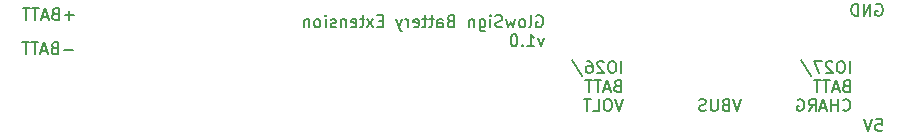
<source format=gbr>
%TF.GenerationSoftware,KiCad,Pcbnew,(6.0.6-0)*%
%TF.CreationDate,2022-09-10T01:47:49-07:00*%
%TF.ProjectId,Battery Extension PCB,42617474-6572-4792-9045-7874656e7369,rev?*%
%TF.SameCoordinates,Original*%
%TF.FileFunction,Legend,Bot*%
%TF.FilePolarity,Positive*%
%FSLAX46Y46*%
G04 Gerber Fmt 4.6, Leading zero omitted, Abs format (unit mm)*
G04 Created by KiCad (PCBNEW (6.0.6-0)) date 2022-09-10 01:47:49*
%MOMM*%
%LPD*%
G01*
G04 APERTURE LIST*
%ADD10C,0.150000*%
G04 APERTURE END LIST*
D10*
X141377414Y-78801980D02*
X141853604Y-78801980D01*
X141901223Y-79278171D01*
X141853604Y-79230552D01*
X141758366Y-79182933D01*
X141520271Y-79182933D01*
X141425033Y-79230552D01*
X141377414Y-79278171D01*
X141329795Y-79373409D01*
X141329795Y-79611504D01*
X141377414Y-79706742D01*
X141425033Y-79754361D01*
X141520271Y-79801980D01*
X141758366Y-79801980D01*
X141853604Y-79754361D01*
X141901223Y-79706742D01*
X141044080Y-78801980D02*
X140710747Y-79801980D01*
X140377414Y-78801980D01*
X129956861Y-77109980D02*
X129623528Y-78109980D01*
X129290195Y-77109980D01*
X128623528Y-77586171D02*
X128480671Y-77633790D01*
X128433052Y-77681409D01*
X128385433Y-77776647D01*
X128385433Y-77919504D01*
X128433052Y-78014742D01*
X128480671Y-78062361D01*
X128575909Y-78109980D01*
X128956861Y-78109980D01*
X128956861Y-77109980D01*
X128623528Y-77109980D01*
X128528290Y-77157600D01*
X128480671Y-77205219D01*
X128433052Y-77300457D01*
X128433052Y-77395695D01*
X128480671Y-77490933D01*
X128528290Y-77538552D01*
X128623528Y-77586171D01*
X128956861Y-77586171D01*
X127956861Y-77109980D02*
X127956861Y-77919504D01*
X127909242Y-78014742D01*
X127861623Y-78062361D01*
X127766385Y-78109980D01*
X127575909Y-78109980D01*
X127480671Y-78062361D01*
X127433052Y-78014742D01*
X127385433Y-77919504D01*
X127385433Y-77109980D01*
X126956861Y-78062361D02*
X126814004Y-78109980D01*
X126575909Y-78109980D01*
X126480671Y-78062361D01*
X126433052Y-78014742D01*
X126385433Y-77919504D01*
X126385433Y-77824266D01*
X126433052Y-77729028D01*
X126480671Y-77681409D01*
X126575909Y-77633790D01*
X126766385Y-77586171D01*
X126861623Y-77538552D01*
X126909242Y-77490933D01*
X126956861Y-77395695D01*
X126956861Y-77300457D01*
X126909242Y-77205219D01*
X126861623Y-77157600D01*
X126766385Y-77109980D01*
X126528290Y-77109980D01*
X126385433Y-77157600D01*
X112627795Y-70069000D02*
X112723033Y-70021380D01*
X112865890Y-70021380D01*
X113008747Y-70069000D01*
X113103985Y-70164238D01*
X113151604Y-70259476D01*
X113199223Y-70449952D01*
X113199223Y-70592809D01*
X113151604Y-70783285D01*
X113103985Y-70878523D01*
X113008747Y-70973761D01*
X112865890Y-71021380D01*
X112770652Y-71021380D01*
X112627795Y-70973761D01*
X112580176Y-70926142D01*
X112580176Y-70592809D01*
X112770652Y-70592809D01*
X112008747Y-71021380D02*
X112103985Y-70973761D01*
X112151604Y-70878523D01*
X112151604Y-70021380D01*
X111484938Y-71021380D02*
X111580176Y-70973761D01*
X111627795Y-70926142D01*
X111675414Y-70830904D01*
X111675414Y-70545190D01*
X111627795Y-70449952D01*
X111580176Y-70402333D01*
X111484938Y-70354714D01*
X111342080Y-70354714D01*
X111246842Y-70402333D01*
X111199223Y-70449952D01*
X111151604Y-70545190D01*
X111151604Y-70830904D01*
X111199223Y-70926142D01*
X111246842Y-70973761D01*
X111342080Y-71021380D01*
X111484938Y-71021380D01*
X110818271Y-70354714D02*
X110627795Y-71021380D01*
X110437319Y-70545190D01*
X110246842Y-71021380D01*
X110056366Y-70354714D01*
X109723033Y-70973761D02*
X109580176Y-71021380D01*
X109342080Y-71021380D01*
X109246842Y-70973761D01*
X109199223Y-70926142D01*
X109151604Y-70830904D01*
X109151604Y-70735666D01*
X109199223Y-70640428D01*
X109246842Y-70592809D01*
X109342080Y-70545190D01*
X109532557Y-70497571D01*
X109627795Y-70449952D01*
X109675414Y-70402333D01*
X109723033Y-70307095D01*
X109723033Y-70211857D01*
X109675414Y-70116619D01*
X109627795Y-70069000D01*
X109532557Y-70021380D01*
X109294461Y-70021380D01*
X109151604Y-70069000D01*
X108723033Y-71021380D02*
X108723033Y-70354714D01*
X108723033Y-70021380D02*
X108770652Y-70069000D01*
X108723033Y-70116619D01*
X108675414Y-70069000D01*
X108723033Y-70021380D01*
X108723033Y-70116619D01*
X107818271Y-70354714D02*
X107818271Y-71164238D01*
X107865890Y-71259476D01*
X107913509Y-71307095D01*
X108008747Y-71354714D01*
X108151604Y-71354714D01*
X108246842Y-71307095D01*
X107818271Y-70973761D02*
X107913509Y-71021380D01*
X108103985Y-71021380D01*
X108199223Y-70973761D01*
X108246842Y-70926142D01*
X108294461Y-70830904D01*
X108294461Y-70545190D01*
X108246842Y-70449952D01*
X108199223Y-70402333D01*
X108103985Y-70354714D01*
X107913509Y-70354714D01*
X107818271Y-70402333D01*
X107342080Y-70354714D02*
X107342080Y-71021380D01*
X107342080Y-70449952D02*
X107294461Y-70402333D01*
X107199223Y-70354714D01*
X107056366Y-70354714D01*
X106961128Y-70402333D01*
X106913509Y-70497571D01*
X106913509Y-71021380D01*
X105342080Y-70497571D02*
X105199223Y-70545190D01*
X105151604Y-70592809D01*
X105103985Y-70688047D01*
X105103985Y-70830904D01*
X105151604Y-70926142D01*
X105199223Y-70973761D01*
X105294461Y-71021380D01*
X105675414Y-71021380D01*
X105675414Y-70021380D01*
X105342080Y-70021380D01*
X105246842Y-70069000D01*
X105199223Y-70116619D01*
X105151604Y-70211857D01*
X105151604Y-70307095D01*
X105199223Y-70402333D01*
X105246842Y-70449952D01*
X105342080Y-70497571D01*
X105675414Y-70497571D01*
X104246842Y-71021380D02*
X104246842Y-70497571D01*
X104294461Y-70402333D01*
X104389700Y-70354714D01*
X104580176Y-70354714D01*
X104675414Y-70402333D01*
X104246842Y-70973761D02*
X104342080Y-71021380D01*
X104580176Y-71021380D01*
X104675414Y-70973761D01*
X104723033Y-70878523D01*
X104723033Y-70783285D01*
X104675414Y-70688047D01*
X104580176Y-70640428D01*
X104342080Y-70640428D01*
X104246842Y-70592809D01*
X103913509Y-70354714D02*
X103532557Y-70354714D01*
X103770652Y-70021380D02*
X103770652Y-70878523D01*
X103723033Y-70973761D01*
X103627795Y-71021380D01*
X103532557Y-71021380D01*
X103342080Y-70354714D02*
X102961128Y-70354714D01*
X103199223Y-70021380D02*
X103199223Y-70878523D01*
X103151604Y-70973761D01*
X103056366Y-71021380D01*
X102961128Y-71021380D01*
X102246842Y-70973761D02*
X102342080Y-71021380D01*
X102532557Y-71021380D01*
X102627795Y-70973761D01*
X102675414Y-70878523D01*
X102675414Y-70497571D01*
X102627795Y-70402333D01*
X102532557Y-70354714D01*
X102342080Y-70354714D01*
X102246842Y-70402333D01*
X102199223Y-70497571D01*
X102199223Y-70592809D01*
X102675414Y-70688047D01*
X101770652Y-71021380D02*
X101770652Y-70354714D01*
X101770652Y-70545190D02*
X101723033Y-70449952D01*
X101675414Y-70402333D01*
X101580176Y-70354714D01*
X101484938Y-70354714D01*
X101246842Y-70354714D02*
X101008747Y-71021380D01*
X100770652Y-70354714D02*
X101008747Y-71021380D01*
X101103985Y-71259476D01*
X101151604Y-71307095D01*
X101246842Y-71354714D01*
X99627795Y-70497571D02*
X99294461Y-70497571D01*
X99151604Y-71021380D02*
X99627795Y-71021380D01*
X99627795Y-70021380D01*
X99151604Y-70021380D01*
X98818271Y-71021380D02*
X98294461Y-70354714D01*
X98818271Y-70354714D02*
X98294461Y-71021380D01*
X98056366Y-70354714D02*
X97675414Y-70354714D01*
X97913509Y-70021380D02*
X97913509Y-70878523D01*
X97865890Y-70973761D01*
X97770652Y-71021380D01*
X97675414Y-71021380D01*
X96961128Y-70973761D02*
X97056366Y-71021380D01*
X97246842Y-71021380D01*
X97342080Y-70973761D01*
X97389700Y-70878523D01*
X97389700Y-70497571D01*
X97342080Y-70402333D01*
X97246842Y-70354714D01*
X97056366Y-70354714D01*
X96961128Y-70402333D01*
X96913509Y-70497571D01*
X96913509Y-70592809D01*
X97389700Y-70688047D01*
X96484938Y-70354714D02*
X96484938Y-71021380D01*
X96484938Y-70449952D02*
X96437319Y-70402333D01*
X96342080Y-70354714D01*
X96199223Y-70354714D01*
X96103985Y-70402333D01*
X96056366Y-70497571D01*
X96056366Y-71021380D01*
X95627795Y-70973761D02*
X95532557Y-71021380D01*
X95342080Y-71021380D01*
X95246842Y-70973761D01*
X95199223Y-70878523D01*
X95199223Y-70830904D01*
X95246842Y-70735666D01*
X95342080Y-70688047D01*
X95484938Y-70688047D01*
X95580176Y-70640428D01*
X95627795Y-70545190D01*
X95627795Y-70497571D01*
X95580176Y-70402333D01*
X95484938Y-70354714D01*
X95342080Y-70354714D01*
X95246842Y-70402333D01*
X94770652Y-71021380D02*
X94770652Y-70354714D01*
X94770652Y-70021380D02*
X94818271Y-70069000D01*
X94770652Y-70116619D01*
X94723033Y-70069000D01*
X94770652Y-70021380D01*
X94770652Y-70116619D01*
X94151604Y-71021380D02*
X94246842Y-70973761D01*
X94294461Y-70926142D01*
X94342080Y-70830904D01*
X94342080Y-70545190D01*
X94294461Y-70449952D01*
X94246842Y-70402333D01*
X94151604Y-70354714D01*
X94008747Y-70354714D01*
X93913509Y-70402333D01*
X93865890Y-70449952D01*
X93818271Y-70545190D01*
X93818271Y-70830904D01*
X93865890Y-70926142D01*
X93913509Y-70973761D01*
X94008747Y-71021380D01*
X94151604Y-71021380D01*
X93389700Y-70354714D02*
X93389700Y-71021380D01*
X93389700Y-70449952D02*
X93342080Y-70402333D01*
X93246842Y-70354714D01*
X93103985Y-70354714D01*
X93008747Y-70402333D01*
X92961128Y-70497571D01*
X92961128Y-71021380D01*
X113246842Y-71964714D02*
X113008747Y-72631380D01*
X112770652Y-71964714D01*
X111865890Y-72631380D02*
X112437319Y-72631380D01*
X112151604Y-72631380D02*
X112151604Y-71631380D01*
X112246842Y-71774238D01*
X112342080Y-71869476D01*
X112437319Y-71917095D01*
X111437319Y-72536142D02*
X111389700Y-72583761D01*
X111437319Y-72631380D01*
X111484938Y-72583761D01*
X111437319Y-72536142D01*
X111437319Y-72631380D01*
X110770652Y-71631380D02*
X110675414Y-71631380D01*
X110580176Y-71679000D01*
X110532557Y-71726619D01*
X110484938Y-71821857D01*
X110437319Y-72012333D01*
X110437319Y-72250428D01*
X110484938Y-72440904D01*
X110532557Y-72536142D01*
X110580176Y-72583761D01*
X110675414Y-72631380D01*
X110770652Y-72631380D01*
X110865890Y-72583761D01*
X110913509Y-72536142D01*
X110961128Y-72440904D01*
X111008747Y-72250428D01*
X111008747Y-72012333D01*
X110961128Y-71821857D01*
X110913509Y-71726619D01*
X110865890Y-71679000D01*
X110770652Y-71631380D01*
X73394628Y-72918628D02*
X72632723Y-72918628D01*
X71823200Y-72775771D02*
X71680342Y-72823390D01*
X71632723Y-72871009D01*
X71585104Y-72966247D01*
X71585104Y-73109104D01*
X71632723Y-73204342D01*
X71680342Y-73251961D01*
X71775580Y-73299580D01*
X72156533Y-73299580D01*
X72156533Y-72299580D01*
X71823200Y-72299580D01*
X71727961Y-72347200D01*
X71680342Y-72394819D01*
X71632723Y-72490057D01*
X71632723Y-72585295D01*
X71680342Y-72680533D01*
X71727961Y-72728152D01*
X71823200Y-72775771D01*
X72156533Y-72775771D01*
X71204152Y-73013866D02*
X70727961Y-73013866D01*
X71299390Y-73299580D02*
X70966057Y-72299580D01*
X70632723Y-73299580D01*
X70442247Y-72299580D02*
X69870819Y-72299580D01*
X70156533Y-73299580D02*
X70156533Y-72299580D01*
X69680342Y-72299580D02*
X69108914Y-72299580D01*
X69394628Y-73299580D02*
X69394628Y-72299580D01*
X73445428Y-70023028D02*
X72683523Y-70023028D01*
X73064476Y-70403980D02*
X73064476Y-69642076D01*
X71874000Y-69880171D02*
X71731142Y-69927790D01*
X71683523Y-69975409D01*
X71635904Y-70070647D01*
X71635904Y-70213504D01*
X71683523Y-70308742D01*
X71731142Y-70356361D01*
X71826380Y-70403980D01*
X72207333Y-70403980D01*
X72207333Y-69403980D01*
X71874000Y-69403980D01*
X71778761Y-69451600D01*
X71731142Y-69499219D01*
X71683523Y-69594457D01*
X71683523Y-69689695D01*
X71731142Y-69784933D01*
X71778761Y-69832552D01*
X71874000Y-69880171D01*
X72207333Y-69880171D01*
X71254952Y-70118266D02*
X70778761Y-70118266D01*
X71350190Y-70403980D02*
X71016857Y-69403980D01*
X70683523Y-70403980D01*
X70493047Y-69403980D02*
X69921619Y-69403980D01*
X70207333Y-70403980D02*
X70207333Y-69403980D01*
X69731142Y-69403980D02*
X69159714Y-69403980D01*
X69445428Y-70403980D02*
X69445428Y-69403980D01*
X141380595Y-69096000D02*
X141475833Y-69048380D01*
X141618690Y-69048380D01*
X141761547Y-69096000D01*
X141856785Y-69191238D01*
X141904404Y-69286476D01*
X141952023Y-69476952D01*
X141952023Y-69619809D01*
X141904404Y-69810285D01*
X141856785Y-69905523D01*
X141761547Y-70000761D01*
X141618690Y-70048380D01*
X141523452Y-70048380D01*
X141380595Y-70000761D01*
X141332976Y-69953142D01*
X141332976Y-69619809D01*
X141523452Y-69619809D01*
X140904404Y-70048380D02*
X140904404Y-69048380D01*
X140332976Y-70048380D01*
X140332976Y-69048380D01*
X139856785Y-70048380D02*
X139856785Y-69048380D01*
X139618690Y-69048380D01*
X139475833Y-69096000D01*
X139380595Y-69191238D01*
X139332976Y-69286476D01*
X139285357Y-69476952D01*
X139285357Y-69619809D01*
X139332976Y-69810285D01*
X139380595Y-69905523D01*
X139475833Y-70000761D01*
X139618690Y-70048380D01*
X139856785Y-70048380D01*
X139161204Y-74889980D02*
X139161204Y-73889980D01*
X138494538Y-73889980D02*
X138304061Y-73889980D01*
X138208823Y-73937600D01*
X138113585Y-74032838D01*
X138065966Y-74223314D01*
X138065966Y-74556647D01*
X138113585Y-74747123D01*
X138208823Y-74842361D01*
X138304061Y-74889980D01*
X138494538Y-74889980D01*
X138589776Y-74842361D01*
X138685014Y-74747123D01*
X138732633Y-74556647D01*
X138732633Y-74223314D01*
X138685014Y-74032838D01*
X138589776Y-73937600D01*
X138494538Y-73889980D01*
X137685014Y-73985219D02*
X137637395Y-73937600D01*
X137542157Y-73889980D01*
X137304061Y-73889980D01*
X137208823Y-73937600D01*
X137161204Y-73985219D01*
X137113585Y-74080457D01*
X137113585Y-74175695D01*
X137161204Y-74318552D01*
X137732633Y-74889980D01*
X137113585Y-74889980D01*
X136780252Y-73889980D02*
X136113585Y-73889980D01*
X136542157Y-74889980D01*
X135018347Y-73842361D02*
X135875490Y-75128076D01*
X138827871Y-75976171D02*
X138685014Y-76023790D01*
X138637395Y-76071409D01*
X138589776Y-76166647D01*
X138589776Y-76309504D01*
X138637395Y-76404742D01*
X138685014Y-76452361D01*
X138780252Y-76499980D01*
X139161204Y-76499980D01*
X139161204Y-75499980D01*
X138827871Y-75499980D01*
X138732633Y-75547600D01*
X138685014Y-75595219D01*
X138637395Y-75690457D01*
X138637395Y-75785695D01*
X138685014Y-75880933D01*
X138732633Y-75928552D01*
X138827871Y-75976171D01*
X139161204Y-75976171D01*
X138208823Y-76214266D02*
X137732633Y-76214266D01*
X138304061Y-76499980D02*
X137970728Y-75499980D01*
X137637395Y-76499980D01*
X137446919Y-75499980D02*
X136875490Y-75499980D01*
X137161204Y-76499980D02*
X137161204Y-75499980D01*
X136685014Y-75499980D02*
X136113585Y-75499980D01*
X136399300Y-76499980D02*
X136399300Y-75499980D01*
X138589776Y-78014742D02*
X138637395Y-78062361D01*
X138780252Y-78109980D01*
X138875490Y-78109980D01*
X139018347Y-78062361D01*
X139113585Y-77967123D01*
X139161204Y-77871885D01*
X139208823Y-77681409D01*
X139208823Y-77538552D01*
X139161204Y-77348076D01*
X139113585Y-77252838D01*
X139018347Y-77157600D01*
X138875490Y-77109980D01*
X138780252Y-77109980D01*
X138637395Y-77157600D01*
X138589776Y-77205219D01*
X138161204Y-78109980D02*
X138161204Y-77109980D01*
X138161204Y-77586171D02*
X137589776Y-77586171D01*
X137589776Y-78109980D02*
X137589776Y-77109980D01*
X137161204Y-77824266D02*
X136685014Y-77824266D01*
X137256442Y-78109980D02*
X136923109Y-77109980D01*
X136589776Y-78109980D01*
X135685014Y-78109980D02*
X136018347Y-77633790D01*
X136256442Y-78109980D02*
X136256442Y-77109980D01*
X135875490Y-77109980D01*
X135780252Y-77157600D01*
X135732633Y-77205219D01*
X135685014Y-77300457D01*
X135685014Y-77443314D01*
X135732633Y-77538552D01*
X135780252Y-77586171D01*
X135875490Y-77633790D01*
X136256442Y-77633790D01*
X134732633Y-77157600D02*
X134827871Y-77109980D01*
X134970728Y-77109980D01*
X135113585Y-77157600D01*
X135208823Y-77252838D01*
X135256442Y-77348076D01*
X135304061Y-77538552D01*
X135304061Y-77681409D01*
X135256442Y-77871885D01*
X135208823Y-77967123D01*
X135113585Y-78062361D01*
X134970728Y-78109980D01*
X134875490Y-78109980D01*
X134732633Y-78062361D01*
X134685014Y-78014742D01*
X134685014Y-77681409D01*
X134875490Y-77681409D01*
X119806404Y-74889980D02*
X119806404Y-73889980D01*
X119139738Y-73889980D02*
X118949261Y-73889980D01*
X118854023Y-73937600D01*
X118758785Y-74032838D01*
X118711166Y-74223314D01*
X118711166Y-74556647D01*
X118758785Y-74747123D01*
X118854023Y-74842361D01*
X118949261Y-74889980D01*
X119139738Y-74889980D01*
X119234976Y-74842361D01*
X119330214Y-74747123D01*
X119377833Y-74556647D01*
X119377833Y-74223314D01*
X119330214Y-74032838D01*
X119234976Y-73937600D01*
X119139738Y-73889980D01*
X118330214Y-73985219D02*
X118282595Y-73937600D01*
X118187357Y-73889980D01*
X117949261Y-73889980D01*
X117854023Y-73937600D01*
X117806404Y-73985219D01*
X117758785Y-74080457D01*
X117758785Y-74175695D01*
X117806404Y-74318552D01*
X118377833Y-74889980D01*
X117758785Y-74889980D01*
X116901642Y-73889980D02*
X117092119Y-73889980D01*
X117187357Y-73937600D01*
X117234976Y-73985219D01*
X117330214Y-74128076D01*
X117377833Y-74318552D01*
X117377833Y-74699504D01*
X117330214Y-74794742D01*
X117282595Y-74842361D01*
X117187357Y-74889980D01*
X116996880Y-74889980D01*
X116901642Y-74842361D01*
X116854023Y-74794742D01*
X116806404Y-74699504D01*
X116806404Y-74461409D01*
X116854023Y-74366171D01*
X116901642Y-74318552D01*
X116996880Y-74270933D01*
X117187357Y-74270933D01*
X117282595Y-74318552D01*
X117330214Y-74366171D01*
X117377833Y-74461409D01*
X115663547Y-73842361D02*
X116520690Y-75128076D01*
X119473071Y-75976171D02*
X119330214Y-76023790D01*
X119282595Y-76071409D01*
X119234976Y-76166647D01*
X119234976Y-76309504D01*
X119282595Y-76404742D01*
X119330214Y-76452361D01*
X119425452Y-76499980D01*
X119806404Y-76499980D01*
X119806404Y-75499980D01*
X119473071Y-75499980D01*
X119377833Y-75547600D01*
X119330214Y-75595219D01*
X119282595Y-75690457D01*
X119282595Y-75785695D01*
X119330214Y-75880933D01*
X119377833Y-75928552D01*
X119473071Y-75976171D01*
X119806404Y-75976171D01*
X118854023Y-76214266D02*
X118377833Y-76214266D01*
X118949261Y-76499980D02*
X118615928Y-75499980D01*
X118282595Y-76499980D01*
X118092119Y-75499980D02*
X117520690Y-75499980D01*
X117806404Y-76499980D02*
X117806404Y-75499980D01*
X117330214Y-75499980D02*
X116758785Y-75499980D01*
X117044500Y-76499980D02*
X117044500Y-75499980D01*
X119949261Y-77109980D02*
X119615928Y-78109980D01*
X119282595Y-77109980D01*
X118758785Y-77109980D02*
X118568309Y-77109980D01*
X118473071Y-77157600D01*
X118377833Y-77252838D01*
X118330214Y-77443314D01*
X118330214Y-77776647D01*
X118377833Y-77967123D01*
X118473071Y-78062361D01*
X118568309Y-78109980D01*
X118758785Y-78109980D01*
X118854023Y-78062361D01*
X118949261Y-77967123D01*
X118996880Y-77776647D01*
X118996880Y-77443314D01*
X118949261Y-77252838D01*
X118854023Y-77157600D01*
X118758785Y-77109980D01*
X117425452Y-78109980D02*
X117901642Y-78109980D01*
X117901642Y-77109980D01*
X117234976Y-77109980D02*
X116663547Y-77109980D01*
X116949261Y-78109980D02*
X116949261Y-77109980D01*
M02*

</source>
